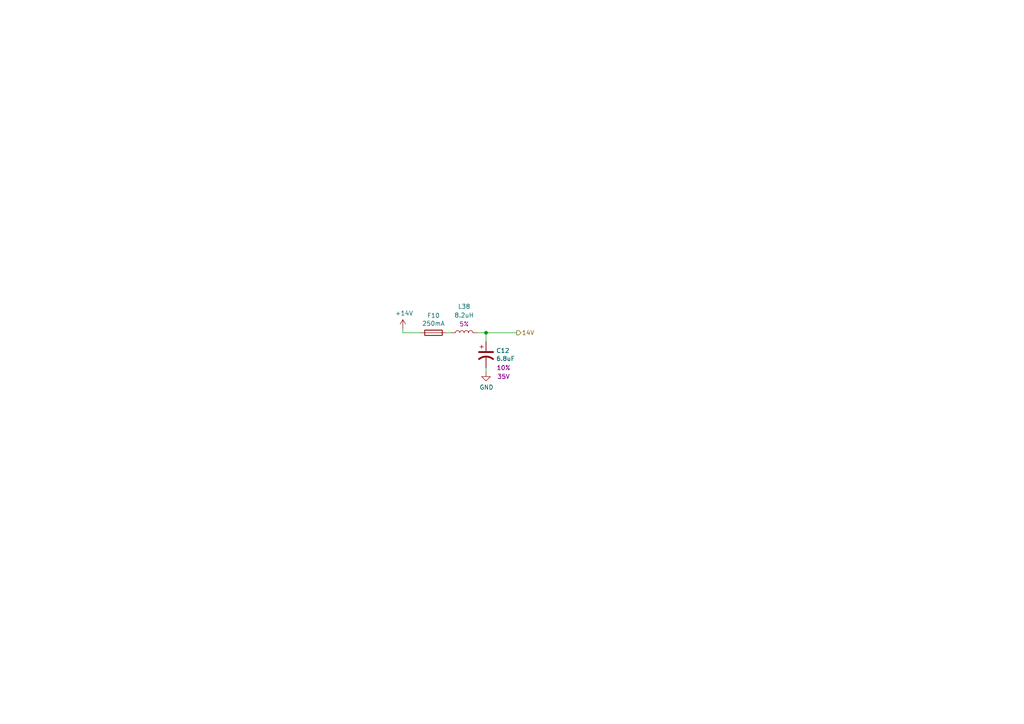
<source format=kicad_sch>
(kicad_sch (version 20211123) (generator eeschema)
  (paper "A4")
  (lib_symbols
    (symbol "Device:C_Polarized_US" (pin_numbers hide) (pin_names (offset 0.254) hide)
      (property "Reference" "C" (at 0.635 2.54 0))
      (property "Value" "C_Polarized_US" (at 0.635 -2.54 0))
      (symbol "C_Polarized_US_0_1"
        (polyline (pts (xy -2.032 0.762) (xy 2.032 0.762)) (stroke (width 0.508)))
        (polyline (pts (xy -1.778 2.286) (xy -0.762 2.286)))
        (polyline (pts (xy -1.27 1.778) (xy -1.27 2.794)))
        (arc (start 2.032 -1.27) (mid 0 -0.5572) (end -2.032 -1.27) (stroke (width 0.508)))
      )
      (symbol "C_Polarized_US_1_1"
        (pin passive line (at 0 3.81 270) (length 2.794) (name "~") (number "1"))
        (pin passive line (at 0 -3.81 90) (length 3.302) (name "~") (number "2"))
      )
    )
    (symbol "Device:Fuse" (pin_numbers hide) (pin_names (offset 0))
      (property "Reference" "F" (at 2.032 0 90))
      (property "Value" "Fuse" (at -1.905 0 90))
      (symbol "Fuse_0_1"
        (rectangle (start -0.762 -2.54) (end 0.762 2.54) (stroke (width 0.254)))
        (polyline (pts (xy 0 2.54) (xy 0 -2.54)))
      )
      (symbol "Fuse_1_1"
        (pin passive line (at 0 3.81 270) (length 1.27) (name "~") (number "1"))
        (pin passive line (at 0 -3.81 90) (length 1.27) (name "~") (number "2"))
      )
    )
    (symbol "Device:L" (pin_numbers hide) (pin_names (offset 1.016) hide)
      (property "Reference" "L" (at -1.27 0 90))
      (property "Value" "L" (at 1.905 0 90))
      (symbol "L_0_1"
        (arc (start 0 -2.54) (mid 0.635 -1.905) (end 0 -1.27))
        (arc (start 0 -1.27) (mid 0.635 -0.635) (end 0 0))
        (arc (start 0 0) (mid 0.635 0.635) (end 0 1.27))
        (arc (start 0 1.27) (mid 0.635 1.905) (end 0 2.54))
      )
      (symbol "L_1_1"
        (pin passive line (at 0 3.81 270) (length 1.27) (name "1") (number "1"))
        (pin passive line (at 0 -3.81 90) (length 1.27) (name "2") (number "2"))
      )
    )
    (symbol "lachesis:+14V" (power) (pin_names (offset 0))
      (property "Value" "+14V" (at 0 3.556 0))
      (symbol "+14V_0_1"
        (polyline (pts (xy -0.762 1.27) (xy 0 2.54)))
        (polyline (pts (xy 0 0) (xy 0 2.54)))
        (polyline (pts (xy 0 2.54) (xy 0.762 1.27)))
      )
      (symbol "+14V_1_1"
        (pin power_in line (at 0 0 90) (length 0) hide (name "+14V") (number "1"))
      )
    )
    (symbol "power:GND" (power) (pin_names (offset 0))
      (property "Value" "GND" (at 0 -3.81 0))
      (symbol "GND_0_1"
        (polyline (pts (xy 0 0) (xy 0 -1.27) (xy 1.27 -1.27) (xy 0 -2.54) (xy -1.27 -1.27) (xy 0 -1.27)))
      )
      (symbol "GND_1_1"
        (pin power_in line (at 0 0 270) (length 0) hide (name "GND") (number "1"))
      )
    )
  )
  (junction (at 140.97 96.52))
  (wire (pts (xy 130.81 96.52) (xy 129.54 96.52)))
  (wire (pts (xy 116.84 95.25) (xy 116.84 96.52)))
  (wire (pts (xy 140.97 106.68) (xy 140.97 107.95)))
  (wire (pts (xy 140.97 96.52) (xy 140.97 99.06)))
  (wire (pts (xy 121.92 96.52) (xy 116.84 96.52)))
  (wire (pts (xy 140.97 96.52) (xy 149.86 96.52)))
  (wire (pts (xy 138.43 96.52) (xy 140.97 96.52)))
  (hierarchical_label "14V" (shape output) (at 149.86 96.52 0))
  (symbol (lib_id "Device:Fuse") (at 125.73 96.52 270)
    (property "Reference" "F10" (at 125.73 91.5162 90))
    (property "Value" "250mA" (at 125.73 93.8276 90))
  )
  (symbol (lib_id "Device:L") (at 134.62 96.52 90)
    (property "Reference" "L38" (at 134.62 88.9 90))
    (property "Value" "8.2uH" (at 134.62 91.44 90))
    (property "Footprint" "Inductor_SMD:L_1812_4532Metric" (effects hide))
    (property "Tolerance" "5%" (at 134.62 93.98 90))
    (property "DCR" "1.40" (effects hide))
    (property "Rating" "375mA" (effects hide))
    (property "Part Number" "1812R-822J" (effects hide))
    (property "Digikey" "https://www.digikey.com/en/products/detail/api-delevan-inc/1812R-822J/1115322" (effects hide))
  )
  (symbol (lib_id "lachesis:+14V") (at 116.84 95.25 0)
    (property "Reference" "#PWR047" (effects hide))
    (property "Value" "+14V" (at 117.221 90.8558 0))
  )
  (symbol (lib_id "power:GND") (at 140.97 107.95 0)
    (property "Reference" "#PWR048" (effects hide))
    (property "Value" "GND" (at 141.097 112.3442 0))
  )
  (symbol (lib_id "Device:C_Polarized_US") (at 140.97 102.87 0)
    (property "Reference" "C12" (at 143.891 101.7016 0) (effects (justify left)))
    (property "Value" "6.8uF" (at 143.891 104.013 0) (effects (justify left)))
    (property "Footprint" "Capacitor_Tantalum_SMD:CP_EIA-7343-31_Kemet-D" (effects hide))
    (property "Tolerance" "10%" (at 146.05 106.68 0))
    (property "Rating" "35V" (at 146.05 109.22 0))
    (property "ESR" "0.3" (effects hide))
    (property "Part Number" "T495D685K035ATE300" (effects hide))
    (property "Digikey" "https://www.digikey.com/en/products/detail/kemet/T495D685K035ATE300/4309257" (effects hide))
  )
)
</source>
